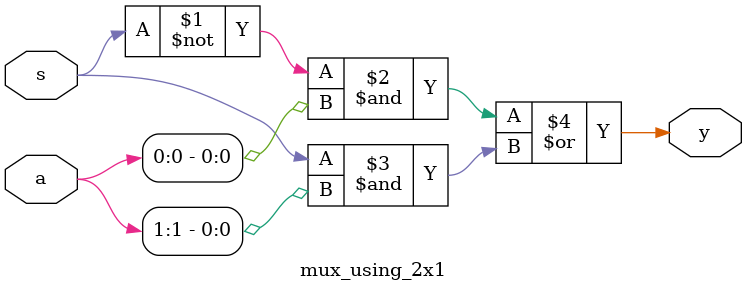
<source format=v>
`timescale 1ns / 1ps
module mux_using_2x1(y,a,s);
input [1:0]a;
input s;
output y;
assign y = ~s&a[0]|s&a[1];
endmodule




</source>
